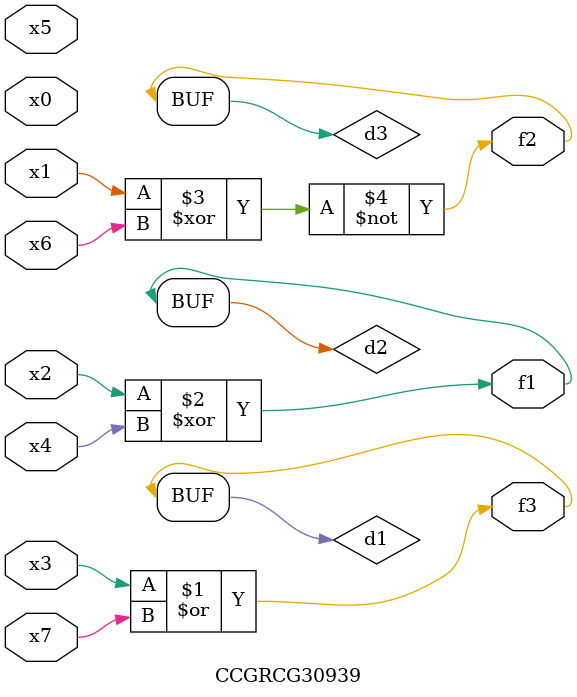
<source format=v>
module CCGRCG30939(
	input x0, x1, x2, x3, x4, x5, x6, x7,
	output f1, f2, f3
);

	wire d1, d2, d3;

	or (d1, x3, x7);
	xor (d2, x2, x4);
	xnor (d3, x1, x6);
	assign f1 = d2;
	assign f2 = d3;
	assign f3 = d1;
endmodule

</source>
